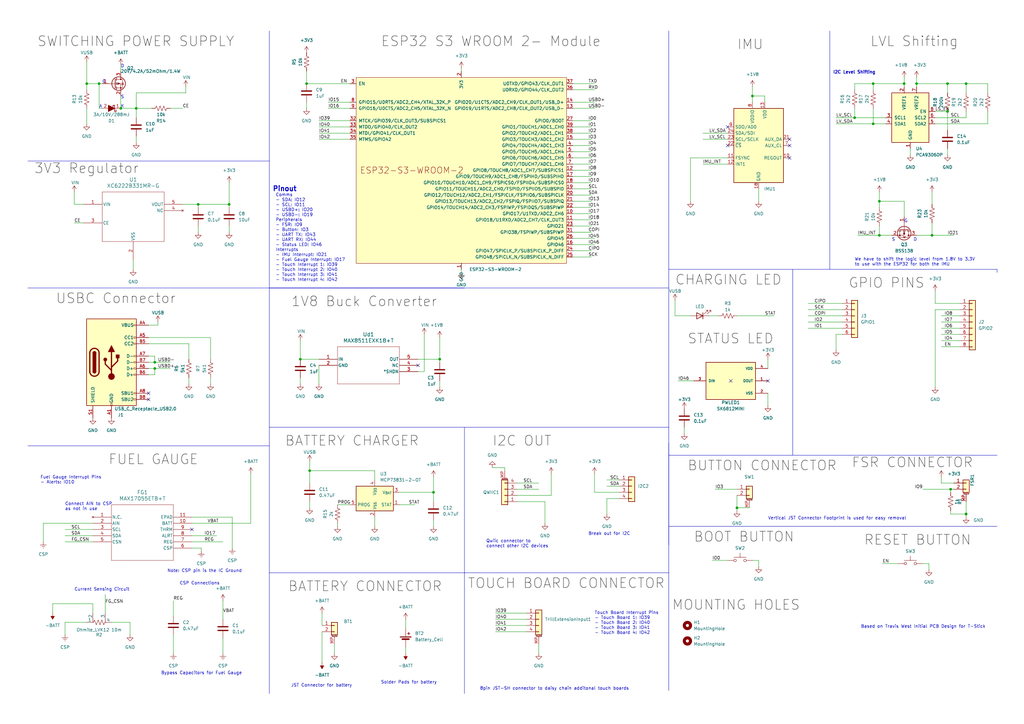
<source format=kicad_sch>
(kicad_sch (version 20230121) (generator eeschema)
  (paper "A3")
  (title_block (title "Custom T-Stick Board") (date "2023-09") (rev "0.0.2") (company "Albert Niyonsenga"))
  (junction (at 177.8 201.93))
  (junction (at 388.62 45.72))
  (junction (at 389.89 200.66))
  (junction (at 81.28 83.82))
  (junction (at 396.24 34.29))
  (junction (at 35.56 34.29))
  (junction (at 360.68 82.55))
  (junction (at 63.5 151.13))
  (junction (at 388.62 34.29))
  (junction (at 93.98 83.82))
  (junction (at 382.27 96.52))
  (junction (at 396.24 210.82))
  (junction (at 40.64 34.29))
  (junction (at 127 193.04))
  (junction (at 360.68 96.52))
  (junction (at 350.52 48.26))
  (junction (at 180.34 147.32))
  (junction (at 55.88 44.45))
  (junction (at 49.53 44.45))
  (junction (at 375.92 34.29))
  (junction (at 358.14 34.29))
  (junction (at 370.84 34.29))
  (junction (at 125.73 34.29))
  (junction (at 358.14 50.8))
  (junction (at 302.26 208.28))
  (junction (at 123.19 147.32))
  (junction (at 63.5 148.59))
  (junction (at 308.61 39.37))
  (no_connect (at 298.45 59.69))
  (no_connect (at 78.74 217.17))
  (no_connect (at 323.85 64.77))
  (no_connect (at 171.45 149.86))
  (no_connect (at 299.72 156.21))
  (no_connect (at 323.85 59.69))
  (no_connect (at 298.45 52.07))
  (no_connect (at 314.96 156.21))
  (no_connect (at 323.85 57.15))
  (no_connect (at 60.96 161.29))
  (no_connect (at 60.96 163.83))
  (wire (pts (xy 350.52 34.29) (xy 358.14 34.29)))
  (wire (pts (xy 177.8 195.58) (xy 177.8 201.93)))
  (wire (pts (xy 243.84 201.93) (xy 254 201.93)))
  (wire (pts (xy 55.88 38.1) (xy 76.2 38.1)))
  (wire (pts (xy 234.95 54.61) (xy 242.57 54.61)))
  (wire (pts (xy 63.5 146.05) (xy 63.5 148.59)))
  (wire (pts (xy 342.9 50.8) (xy 358.14 50.8)))
  (wire (pts (xy 234.95 77.47) (xy 242.57 77.47)))
  (wire (pts (xy 134.62 44.45) (xy 143.51 44.45)))
  (wire (pts (xy 234.95 102.87) (xy 242.57 102.87)))
  (wire (pts (xy 35.56 44.45) (xy 35.56 50.8)))
  (wire (pts (xy 311.15 77.47) (xy 311.15 82.55)))
  (wire (pts (xy 127 198.12) (xy 127 193.04)))
  (polyline (pts (xy 110.49 118.11) (xy 110.49 175.26)))
  (wire (pts (xy 314.96 161.29) (xy 314.96 166.37)))
  (wire (pts (xy 26.67 255.27) (xy 26.67 260.35)))
  (wire (pts (xy 189.23 27.94) (xy 189.23 29.21)))
  (polyline (pts (xy 274.32 181.61) (xy 274.32 223.52)))
  (wire (pts (xy 171.45 147.32) (xy 180.34 147.32)))
  (wire (pts (xy 130.81 52.07) (xy 143.51 52.07)))
  (wire (pts (xy 382.27 91.44) (xy 382.27 96.52)))
  (wire (pts (xy 234.95 100.33) (xy 243.84 100.33)))
  (wire (pts (xy 396.24 38.1) (xy 396.24 34.29)))
  (polyline (pts (xy 110.49 284.48) (xy 110.49 234.95)))
  (wire (pts (xy 30.48 91.44) (xy 34.29 91.44)))
  (wire (pts (xy 78.74 222.25) (xy 91.44 222.25)))
  (wire (pts (xy 375.92 34.29) (xy 388.62 34.29)))
  (wire (pts (xy 91.44 246.38) (xy 91.44 254)))
  (wire (pts (xy 405.13 50.8) (xy 405.13 45.72)))
  (polyline (pts (xy 190.5 234.95) (xy 190.5 284.48)))
  (wire (pts (xy 130.81 54.61) (xy 143.51 54.61)))
  (wire (pts (xy 177.8 201.93) (xy 163.83 201.93)))
  (wire (pts (xy 234.95 64.77) (xy 242.57 64.77)))
  (wire (pts (xy 53.34 255.27) (xy 53.34 260.35)))
  (wire (pts (xy 313.69 39.37) (xy 313.69 41.91)))
  (wire (pts (xy 78.74 219.71) (xy 88.9 219.71)))
  (wire (pts (xy 130.81 49.53) (xy 143.51 49.53)))
  (wire (pts (xy 382.27 96.52) (xy 391.16 96.52)))
  (wire (pts (xy 74.93 83.82) (xy 81.28 83.82)))
  (wire (pts (xy 254 204.47) (xy 248.92 204.47)))
  (wire (pts (xy 143.51 34.29) (xy 125.73 34.29)))
  (wire (pts (xy 30.48 78.74) (xy 30.48 83.82)))
  (wire (pts (xy 132.08 259.08) (xy 132.08 271.78)))
  (polyline (pts (xy 110.49 234.95) (xy 190.5 234.95)))
  (wire (pts (xy 127 205.74) (xy 127 208.28)))
  (wire (pts (xy 71.12 260.35) (xy 71.12 267.97)))
  (wire (pts (xy 370.84 82.55) (xy 360.68 82.55)))
  (wire (pts (xy 290.83 129.54) (xy 294.64 129.54)))
  (wire (pts (xy 375.92 96.52) (xy 382.27 96.52)))
  (wire (pts (xy 64.77 132.08) (xy 64.77 133.35)))
  (wire (pts (xy 63.5 153.67) (xy 63.5 151.13)))
  (wire (pts (xy 153.67 212.09) (xy 153.67 215.9)))
  (polyline (pts (xy 110.49 234.95) (xy 110.49 175.26)))
  (wire (pts (xy 381 231.14) (xy 381 233.68)))
  (wire (pts (xy 314.96 147.32) (xy 314.96 151.13)))
  (wire (pts (xy 127 193.04) (xy 153.67 193.04)))
  (wire (pts (xy 350.52 36.83) (xy 350.52 34.29)))
  (wire (pts (xy 125.73 41.91) (xy 125.73 44.45)))
  (wire (pts (xy 361.95 231.14) (xy 368.3 231.14)))
  (wire (pts (xy 203.2 256.54) (xy 215.9 256.54)))
  (wire (pts (xy 189.23 107.95) (xy 189.23 111.76)))
  (wire (pts (xy 243.84 194.31) (xy 243.84 201.93)))
  (wire (pts (xy 383.54 127) (xy 383.54 158.75)))
  (wire (pts (xy 378.46 231.14) (xy 381 231.14)))
  (wire (pts (xy 386.08 134.62) (xy 393.7 134.62)))
  (wire (pts (xy 130.81 57.15) (xy 143.51 57.15)))
  (wire (pts (xy 386.08 195.58) (xy 386.08 198.12)))
  (wire (pts (xy 123.19 154.94) (xy 123.19 157.48)))
  (wire (pts (xy 234.95 44.45) (xy 243.84 44.45)))
  (wire (pts (xy 389.89 200.66) (xy 391.16 200.66)))
  (wire (pts (xy 248.92 196.85) (xy 254 196.85)))
  (wire (pts (xy 93.98 83.82) (xy 81.28 83.82)))
  (wire (pts (xy 26.67 217.17) (xy 38.1 217.17)))
  (wire (pts (xy 313.69 39.37) (xy 308.61 39.37)))
  (polyline (pts (xy 408.94 110.49) (xy 408.94 111.76)))
  (wire (pts (xy 212.09 200.66) (xy 220.98 200.66)))
  (wire (pts (xy 234.95 95.25) (xy 242.57 95.25)))
  (wire (pts (xy 234.95 59.69) (xy 242.57 59.69)))
  (wire (pts (xy 383.54 127) (xy 393.7 127)))
  (wire (pts (xy 91.44 261.62) (xy 91.44 267.97)))
  (wire (pts (xy 45.72 255.27) (xy 53.34 255.27)))
  (wire (pts (xy 375.92 34.29) (xy 375.92 35.56)))
  (wire (pts (xy 396.24 205.74) (xy 396.24 210.82)))
  (wire (pts (xy 386.08 129.54) (xy 393.7 129.54)))
  (wire (pts (xy 358.14 44.45) (xy 358.14 50.8)))
  (wire (pts (xy 280.67 175.26) (xy 280.67 177.8)))
  (wire (pts (xy 26.67 255.27) (xy 35.56 255.27)))
  (wire (pts (xy 375.92 31.75) (xy 375.92 34.29)))
  (wire (pts (xy 396.24 210.82) (xy 396.24 212.09)))
  (wire (pts (xy 331.47 127) (xy 345.44 127)))
  (wire (pts (xy 234.95 92.71) (xy 242.57 92.71)))
  (wire (pts (xy 60.96 133.35) (xy 64.77 133.35)))
  (wire (pts (xy 40.64 44.45) (xy 40.64 34.29)))
  (wire (pts (xy 34.29 83.82) (xy 30.48 83.82)))
  (wire (pts (xy 234.95 87.63) (xy 242.57 87.63)))
  (wire (pts (xy 60.96 153.67) (xy 63.5 153.67)))
  (polyline (pts (xy 190.5 175.26) (xy 190.5 234.95)))
  (wire (pts (xy 383.54 45.72) (xy 388.62 45.72)))
  (wire (pts (xy 60.96 146.05) (xy 63.5 146.05)))
  (wire (pts (xy 331.47 134.62) (xy 345.44 134.62)))
  (wire (pts (xy 212.09 198.12) (xy 220.98 198.12)))
  (wire (pts (xy 358.14 50.8) (xy 363.22 50.8)))
  (wire (pts (xy 308.61 229.87) (xy 311.15 229.87)))
  (wire (pts (xy 40.64 34.29) (xy 41.91 34.29)))
  (wire (pts (xy 248.92 199.39) (xy 254 199.39)))
  (polyline (pts (xy 110.49 66.04) (xy 11.43 66.04)))
  (wire (pts (xy 288.29 57.15) (xy 298.45 57.15)))
  (wire (pts (xy 102.87 194.31) (xy 102.87 214.63)))
  (wire (pts (xy 49.53 26.67) (xy 49.53 29.21)))
  (wire (pts (xy 360.68 78.74) (xy 360.68 82.55)))
  (wire (pts (xy 331.47 129.54) (xy 345.44 129.54)))
  (wire (pts (xy 388.62 38.1) (xy 388.62 34.29)))
  (wire (pts (xy 17.78 214.63) (xy 38.1 214.63)))
  (wire (pts (xy 95.25 212.09) (xy 95.25 224.79)))
  (wire (pts (xy 293.37 200.66) (xy 302.26 200.66)))
  (wire (pts (xy 171.45 152.4) (xy 173.99 152.4)))
  (wire (pts (xy 358.14 34.29) (xy 370.84 34.29)))
  (wire (pts (xy 389.89 200.66) (xy 389.89 201.93)))
  (wire (pts (xy 386.08 198.12) (xy 391.16 198.12)))
  (wire (pts (xy 41.91 44.45) (xy 40.64 44.45)))
  (wire (pts (xy 234.95 74.93) (xy 242.57 74.93)))
  (wire (pts (xy 55.88 44.45) (xy 62.23 44.45)))
  (wire (pts (xy 134.62 41.91) (xy 143.51 41.91)))
  (wire (pts (xy 38.1 247.65) (xy 38.1 251.46)))
  (wire (pts (xy 298.45 64.77) (xy 283.21 64.77)))
  (wire (pts (xy 63.5 151.13) (xy 69.85 151.13)))
  (wire (pts (xy 360.68 92.71) (xy 360.68 96.52)))
  (wire (pts (xy 370.84 34.29) (xy 370.84 35.56)))
  (wire (pts (xy 288.29 54.61) (xy 298.45 54.61)))
  (wire (pts (xy 60.96 138.43) (xy 86.36 138.43)))
  (wire (pts (xy 383.54 124.46) (xy 383.54 119.38)))
  (wire (pts (xy 388.62 34.29) (xy 396.24 34.29)))
  (polyline (pts (xy 11.43 118.11) (xy 274.32 118.11)))
  (wire (pts (xy 93.98 74.93) (xy 93.98 83.82)))
  (wire (pts (xy 207.01 191.77) (xy 207.01 193.04)))
  (wire (pts (xy 308.61 35.56) (xy 308.61 39.37)))
  (wire (pts (xy 234.95 62.23) (xy 242.57 62.23)))
  (polyline (pts (xy 274.32 215.9) (xy 408.94 215.9)))
  (wire (pts (xy 21.59 247.65) (xy 38.1 247.65)))
  (wire (pts (xy 302.26 203.2) (xy 302.26 208.28)))
  (wire (pts (xy 203.2 251.46) (xy 215.9 251.46)))
  (wire (pts (xy 86.36 138.43) (xy 86.36 147.32)))
  (wire (pts (xy 125.73 29.21) (xy 125.73 34.29)))
  (polyline (pts (xy 274.32 12.7) (xy 274.32 110.49)))
  (wire (pts (xy 35.56 25.4) (xy 35.56 34.29)))
  (wire (pts (xy 234.95 105.41) (xy 242.57 105.41)))
  (wire (pts (xy 163.83 207.01) (xy 170.18 207.01)))
  (wire (pts (xy 60.96 151.13) (xy 63.5 151.13)))
  (wire (pts (xy 405.13 38.1) (xy 405.13 34.29)))
  (wire (pts (xy 331.47 132.08) (xy 345.44 132.08)))
  (wire (pts (xy 82.55 226.06) (xy 82.55 224.79)))
  (wire (pts (xy 81.28 92.71) (xy 81.28 95.25)))
  (wire (pts (xy 360.68 82.55) (xy 360.68 85.09)))
  (wire (pts (xy 234.95 97.79) (xy 243.84 97.79)))
  (wire (pts (xy 21.59 247.65) (xy 21.59 251.46)))
  (wire (pts (xy 180.34 138.43) (xy 180.34 147.32)))
  (wire (pts (xy 234.95 34.29) (xy 243.84 34.29)))
  (wire (pts (xy 82.55 224.79) (xy 78.74 224.79)))
  (wire (pts (xy 234.95 52.07) (xy 242.57 52.07)))
  (wire (pts (xy 234.95 36.83) (xy 243.84 36.83)))
  (wire (pts (xy 378.46 200.66) (xy 389.89 200.66)))
  (wire (pts (xy 17.78 214.63) (xy 17.78 222.25)))
  (polyline (pts (xy 274.32 110.49) (xy 408.94 110.49)))
  (wire (pts (xy 38.1 219.71) (xy 26.67 219.71)))
  (wire (pts (xy 69.85 44.45) (xy 74.93 44.45)))
  (polyline (pts (xy 340.36 12.7) (xy 340.36 110.49)))
  (wire (pts (xy 130.81 149.86) (xy 130.81 157.48)))
  (wire (pts (xy 396.24 34.29) (xy 405.13 34.29)))
  (wire (pts (xy 49.53 39.37) (xy 49.53 44.45)))
  (wire (pts (xy 276.86 129.54) (xy 283.21 129.54)))
  (wire (pts (xy 43.18 243.84) (xy 43.18 251.46)))
  (wire (pts (xy 127 189.23) (xy 127 193.04)))
  (wire (pts (xy 77.47 140.97) (xy 77.47 147.32)))
  (wire (pts (xy 63.5 148.59) (xy 69.85 148.59)))
  (wire (pts (xy 76.2 35.56) (xy 76.2 38.1)))
  (wire (pts (xy 26.67 222.25) (xy 38.1 222.25)))
  (wire (pts (xy 383.54 124.46) (xy 393.7 124.46)))
  (wire (pts (xy 35.56 34.29) (xy 35.56 36.83)))
  (wire (pts (xy 177.8 215.9) (xy 177.8 213.36)))
  (polyline (pts (xy 274.32 110.49) (xy 274.32 283.21)))
  (wire (pts (xy 342.9 137.16) (xy 345.44 137.16)))
  (wire (pts (xy 234.95 69.85) (xy 242.57 69.85)))
  (wire (pts (xy 81.28 85.09) (xy 81.28 83.82)))
  (polyline (pts (xy 110.49 175.26) (xy 274.32 175.26)))
  (wire (pts (xy 93.98 85.09) (xy 93.98 83.82)))
  (wire (pts (xy 138.43 215.9) (xy 138.43 214.63)))
  (wire (pts (xy 386.08 139.7) (xy 393.7 139.7)))
  (wire (pts (xy 382.27 78.74) (xy 382.27 83.82)))
  (wire (pts (xy 77.47 154.94) (xy 77.47 157.48)))
  (wire (pts (xy 55.88 48.26) (xy 55.88 44.45)))
  (wire (pts (xy 311.15 229.87) (xy 311.15 232.41)))
  (wire (pts (xy 386.08 142.24) (xy 393.7 142.24)))
  (wire (pts (xy 351.79 96.52) (xy 360.68 96.52)))
  (polyline (pts (xy 11.43 182.88) (xy 110.49 182.88)))
  (wire (pts (xy 54.61 106.68) (xy 54.61 110.49)))
  (wire (pts (xy 234.95 82.55) (xy 242.57 82.55)))
  (wire (pts (xy 180.34 156.21) (xy 180.34 158.75)))
  (wire (pts (xy 288.29 67.31) (xy 298.45 67.31)))
  (wire (pts (xy 49.53 44.45) (xy 55.88 44.45)))
  (wire (pts (xy 132.08 251.46) (xy 132.08 256.54)))
  (polyline (pts (xy 325.12 110.49) (xy 325.12 186.69)))
  (wire (pts (xy 137.16 267.97) (xy 137.16 264.16)))
  (polyline (pts (xy 274.32 186.69) (xy 408.94 186.69)))
  (wire (pts (xy 234.95 90.17) (xy 242.57 90.17)))
  (wire (pts (xy 302.26 208.28) (xy 307.34 208.28)))
  (wire (pts (xy 123.19 147.32) (xy 130.81 147.32)))
  (wire (pts (xy 234.95 41.91) (xy 243.84 41.91)))
  (wire (pts (xy 331.47 124.46) (xy 345.44 124.46)))
  (wire (pts (xy 383.54 50.8) (xy 405.13 50.8)))
  (wire (pts (xy 373.38 63.5) (xy 373.38 60.96)))
  (wire (pts (xy 55.88 55.88) (xy 55.88 58.42)))
  (wire (pts (xy 166.37 265.43) (xy 166.37 267.97)))
  (wire (pts (xy 342.9 143.51) (xy 342.9 137.16)))
  (wire (pts (xy 138.43 207.01) (xy 143.51 207.01)))
  (wire (pts (xy 226.06 194.31) (xy 226.06 203.2)))
  (wire (pts (xy 386.08 132.08) (xy 393.7 132.08)))
  (wire (pts (xy 342.9 48.26) (xy 350.52 48.26)))
  (wire (pts (xy 396.24 210.82) (xy 389.89 210.82)))
  (wire (pts (xy 234.95 72.39) (xy 242.57 72.39)))
  (wire (pts (xy 180.34 148.59) (xy 180.34 147.32)))
  (wire (pts (xy 360.68 96.52) (xy 365.76 96.52)))
  (wire (pts (xy 220.98 264.16) (xy 220.98 267.97)))
  (wire (pts (xy 173.99 137.16) (xy 173.99 152.4)))
  (wire (pts (xy 234.95 57.15) (xy 242.57 57.15)))
  (wire (pts (xy 234.95 85.09) (xy 242.57 85.09)))
  (polyline (pts (xy 110.49 118.11) (xy 190.5 118.11)))
  (wire (pts (xy 153.67 193.04) (xy 153.67 196.85)))
  (wire (pts (xy 292.1 229.87) (xy 298.45 229.87)))
  (wire (pts (xy 358.14 36.83) (xy 358.14 34.29)))
  (wire (pts (xy 283.21 64.77) (xy 283.21 82.55)))
  (wire (pts (xy 201.93 191.77) (xy 207.01 191.77)))
  (wire (pts (xy 276.86 123.19) (xy 276.86 129.54)))
  (wire (pts (xy 203.2 259.08) (xy 215.9 259.08)))
  (wire (pts (xy 35.56 34.29) (xy 40.64 34.29)))
  (wire (pts (xy 350.52 48.26) (xy 363.22 48.26)))
  (wire (pts (xy 212.09 205.74) (xy 223.52 205.74)))
  (wire (pts (xy 302.26 208.28) (xy 302.26 209.55)))
  (wire (pts (xy 302.26 129.54) (xy 317.5 129.54)))
  (wire (pts (xy 223.52 205.74) (xy 223.52 214.63)))
  (wire (pts (xy 370.84 31.75) (xy 370.84 34.29)))
  (wire (pts (xy 308.61 39.37) (xy 308.61 41.91)))
  (wire (pts (xy 278.13 156.21) (xy 284.48 156.21)))
  (wire (pts (xy 234.95 80.01) (xy 242.57 80.01)))
  (polyline (pts (xy 190.5 234.95) (xy 274.32 234.95)))
  (wire (pts (xy 388.62 60.96) (xy 388.62 63.5)))
  (wire (pts (xy 86.36 154.94) (xy 86.36 157.48)))
  (wire (pts (xy 78.74 214.63) (xy 102.87 214.63)))
  (wire (pts (xy 350.52 44.45) (xy 350.52 48.26)))
  (wire (pts (xy 123.19 139.7) (xy 123.19 147.32)))
  (wire (pts (xy 234.95 67.31) (xy 242.57 67.31)))
  (wire (pts (xy 389.89 209.55) (xy 389.89 210.82)))
  (wire (pts (xy 248.92 204.47) (xy 248.92 210.82)))
  (wire (pts (xy 166.37 257.81) (xy 166.37 254)))
  (wire (pts (xy 396.24 48.26) (xy 396.24 45.72)))
  (wire (pts (xy 370.84 88.9) (xy 370.84 82.55)))
  (wire (pts (xy 383.54 48.26) (xy 396.24 48.26)))
  (wire (pts (xy 60.96 148.59) (xy 63.5 148.59)))
  (wire (pts (xy 234.95 49.53) (xy 242.57 49.53)))
  (wire (pts (xy 55.88 38.1) (xy 55.88 44.45)))
  (wire (pts (xy 177.8 201.93) (xy 177.8 205.74)))
  (wire (pts (xy 386.08 137.16) (xy 393.7 137.16)))
  (wire (pts (xy 93.98 92.71) (xy 93.98 95.25)))
  (wire (pts (xy 95.25 212.09) (xy 78.74 212.09)))
  (wire (pts (xy 71.12 246.38) (xy 71.12 252.73)))
  (polyline (pts (xy 110.49 12.7) (xy 110.49 118.11)))
  (wire (pts (xy 212.09 203.2) (xy 226.06 203.2)))
  (wire (pts (xy 203.2 254) (xy 215.9 254)))
  (wire (pts (xy 388.62 45.72) (xy 388.62 53.34)))
  (wire (pts (xy 60.96 140.97) (xy 77.47 140.97)))
  (text "Comms\n- SDA: IO12\n- SCL: IO11\n- USBD+: IO20\n- USBD-: IO19\nPeripherals\n- FSR: IO9\n- Button: IO3\n- UART TX: IO43\n- UART RX: IO44\n- Status LED: IO46\nInterrupts\n- IMU Interrupt: IO21\n- Fuel Gauge Interrupt: IO17\n- Touch Interrupt 1: IO39\n- Touch Interrupt 2: IO40\n- Touch Interrupt 3: IO41\n- Touch Interrupt 4: IO42" (at 113.03 115.57 0) (effects (font (size 1.27 1.27)) (justify left bottom)))
  (text "G" (at 41.91 34.29 0) (effects (font (size 1.27 1.27)) (justify left bottom)))
  (text "Connect AIN to CSP \nas not in use" (at 26.67 209.55 0) (effects (font (size 1.27 1.27)) (justify left bottom)))
  (text "A" (at 40.64 44.45 0) (effects (font (size 1.27 1.27)) (justify left bottom)))
  (text "Break out for I2C" (at 241.3 219.71 0) (effects (font (size 1.27 1.27)) (justify left bottom)))
  (text "Qwiic connector to \nconnect other I2C devices" (at 199.39 224.79 0) (effects (font (size 1.27 1.27)) (justify left bottom)))
  (text "Fuel Gauge Interrupt Pins\n- Alerts: IO10\n\n" (at 16.51 200.66 0) (effects (font (size 1.27 1.27)) (justify left bottom)))
  (text "G" (at 370.84 91.44 0) (effects (font (size 1.27 1.27)) (justify left bottom)))
  (text "JST Connector for battery\n" (at 119.38 281.94 0) (effects (font (size 1.27 1.27)) (justify left bottom)))
  (text "Current Sensing Circuit" (at 30.48 242.57 0) (effects (font (size 1.27 1.27)) (justify left bottom)))
  (text "I2C Level Shifting" (at 341.63 30.48 0) (effects (font (size 1.27 1.27) bold) (justify left bottom)))
  (text "D" (at 374.65 99.06 0) (effects (font (size 1.27 1.27)) (justify left bottom)))
  (text "Solder Pads for battery\n" (at 156.21 280.67 0) (effects (font (size 1.27 1.27)) (justify left bottom)))
  (text "D" (at 49.53 27.94 0) (effects (font (size 1.27 1.27)) (justify left bottom)))
  (text "Bypass Capacitors for Fuel Gauge" (at 66.04 276.86 0) (effects (font (size 1.27 1.27)) (justify left bottom)))
  (text "Vertical JST Connector Footprint is used for easy removal" (at 314.96 213.36 0) (effects (font (size 1.27 1.27)) (justify left bottom)))
  (text "Touch Board Interrupt Pins\n- Touch Board 1: IO39\n- Touch Board 2: IO40\n- Touch Board 3: IO41\n- Touch Board 4: IO42" (at 243.84 260.35 0) (effects (font (size 1.27 1.27)) (justify left bottom)))
  (text "S" (at 365.76 99.06 0) (effects (font (size 1.27 1.27)) (justify left bottom)))
  (text "Based on Travis West Initial PCB Design for T-Stick\n" (at 353.06 257.81 0) (effects (font (size 1.27 1.27)) (justify left bottom)))
  (text "8pin JST-SH connector to daisy chain additonal touch boards" (at 196.85 283.21 0) (effects (font (size 1.27 1.27)) (justify left bottom)))
  (text "CSP Connections\n" (at 73.66 240.03 0) (effects (font (size 1.27 1.27)) (justify left bottom)))
  (text "S" (at 49.53 40.64 0) (effects (font (size 1.27 1.27)) (justify left bottom)))
  (text "Note: CSP pin is the IC Ground" (at 68.58 234.95 0) (effects (font (size 1.27 1.27)) (justify left bottom)))
  (text "Pinout" (at 111.76 78.74 0) (effects (font (size 2 2) (thickness 0.4) bold) (justify left bottom)))
  (text "We have to shift the logic level from 1.8V to 3.3V \nto use with the ESP32 for both the IMU" (at 350.52 109.22 0) (effects (font (size 1.27 1.27)) (justify left bottom)))
  (text "K" (at 49.53 44.45 0) (effects (font (size 1.27 1.27)) (justify left bottom)))
  (label "IMU_INT" (at 351.79 96.52 0))
  (label "IO42" (at 130.81 57.15 0))
  (label "IO3" (at 241.3 57.15 0))
  (label "IO42" (at 203.2 259.08 0))
  (label "RESET BUTTON" (at 354.33 224.79 0) (effects (font (size 4 4))))
  (label "FSR CONNECTOR" (at 349.25 193.04 0) (effects (font (size 4 4))))
  (label "SCK" (at 241.3 105.41 0))
  (label "IO17" (at 241.3 87.63 0))
  (label "FUEL GAUGE" (at 44.45 191.77 0) (effects (font (size 4 4))))
  (label "IO17" (at 83.82 219.71 0))
  (label "IO39" (at 130.81 49.53 0))
  (label "EN" (at 139.7 34.29 0))
  (label "LV_SCL" (at 290.83 57.15 0))
  (label "SDA" (at 241.3 80.01 0))
  (label "IO0" (at 292.1 229.87 0))
  (label "IO9" (at 378.46 200.66 180))
  (label "SDA" (at 214.63 200.66 0))
  (label "LV_SDA" (at 290.83 54.61 0))
  (label "STAT" (at 167.64 207.01 0))
  (label "SCK" (at 334.01 127 0))
  (label "USBD+" (at 241.3 41.91 0))
  (label "IO21" (at 388.62 96.52 0))
  (label "IO5" (at 241.3 62.23 0))
  (label "IO40" (at 130.81 52.07 0))
  (label "COPI" (at 334.01 129.54 0))
  (label "BATTERY CONNECTOR" (at 118.11 243.84 0) (effects (font (size 4 4))))
  (label "IMU" (at 302.26 21.59 0) (effects (font (size 4 4))))
  (label "USBD-" (at 64.77 148.59 0))
  (label "SCL" (at 29.21 217.17 0))
  (label "SCL" (at 250.19 196.85 0))
  (label "IO15" (at 134.62 41.91 0))
  (label "MOUNTING HOLES" (at 275.59 251.46 0) (effects (font (size 4 4))))
  (label "TOUCH BOARD CONNECTOR" (at 191.77 242.57 0) (effects (font (size 4 4))))
  (label "BUTTON CONNECTOR" (at 281.94 194.31 0) (effects (font (size 4 4))))
  (label "IO10" (at 241.3 74.93 0))
  (label "CIPO" (at 334.01 124.46 0))
  (label "LVL Shifting" (at 356.87 20.32 0) (effects (font (size 4 4))))
  (label "IO4" (at 241.3 59.69 0))
  (label "IO7" (at 241.3 67.31 0))
  (label "IO41" (at 203.2 256.54 0))
  (label "TXD" (at 241.3 34.29 0))
  (label "SDA" (at 250.19 199.39 0))
  (label "SCL" (at 241.3 77.47 0))
  (label "IO8" (at 387.35 129.54 0))
  (label "CHARGING LED" (at 276.86 118.11 0) (effects (font (size 4 4))))
  (label "IO4" (at 387.35 139.7 0))
  (label "IO46" (at 278.13 156.21 0))
  (label "IO14" (at 241.3 85.09 0))
  (label "SWITCHING POWER SUPPLY" (at 15.24 20.32 0) (effects (font (size 4 4))))
  (label "ESP32 S3 WROOM 2- Module" (at 156.21 20.32 0) (effects (font (size 4 4))))
  (label "EN" (at 361.95 231.14 0))
  (label "IO13" (at 241.3 82.55 0))
  (label "IO9" (at 241.3 72.39 0))
  (label "IO6" (at 387.35 134.62 0))
  (label "LS_EN" (at 383.54 45.72 0))
  (label "LV_SDA" (at 342.9 50.8 0))
  (label "IO6" (at 241.3 64.77 0))
  (label "IO7" (at 387.35 132.08 0))
  (label "CIPO" (at 241.3 102.87 0))
  (label "BATTERY CHARGER" (at 116.84 184.15 0) (effects (font (size 4 4))))
  (label "REG" (at 83.82 222.25 0))
  (label "LV_SCL" (at 342.9 48.26 0))
  (label "CE" (at 30.48 91.44 0))
  (label "USBD-" (at 241.3 44.45 0))
  (label "IO5" (at 387.35 137.16 0))
  (label "COPI" (at 241.3 95.25 0))
  (label "3V3 Regulator" (at 13.97 72.39 0) (effects (font (size 4 4))))
  (label "FG_CSN" (at 29.21 222.25 0))
  (label "IMU_INT" (at 288.29 67.31 0))
  (label "IO41" (at 130.81 54.61 0))
  (label "IO21" (at 241.3 92.71 0))
  (label "USBC Connector" (at 22.86 125.73 0) (effects (font (size 4 4))))
  (label "IO16" (at 134.62 44.45 0))
  (label "IO40" (at 203.2 254 0))
  (label "STAT" (at 313.69 129.54 0))
  (label "IO39" (at 203.2 251.46 0))
  (label "BOOT BUTTON" (at 284.48 223.52 0) (effects (font (size 4 4))))
  (label "1V8 Buck Converter" (at 119.38 127 0) (effects (font (size 4 4))))
  (label "IO0" (at 241.3 49.53 0))
  (label "CE" (at 74.93 44.45 0))
  (label "IO46" (at 241.3 100.33 0))
  (label "SDA" (at 29.21 219.71 0))
  (label "SDA" (at 389.89 50.8 0))
  (label "PROG" (at 138.43 207.01 0))
  (label "IO18" (at 241.3 90.17 0))
  (label "SCL" (at 389.89 48.26 0))
  (label "STATUS LED" (at 281.94 142.24 0) (effects (font (size 4 4))))
  (label "IO1" (at 241.3 52.07 0))
  (label "VBAT" (at 85.09 214.63 0))
  (label "USBD+" (at 64.77 151.13 0))
  (label "IO1" (at 334.01 134.62 0))
  (label "REG" (at 71.12 246.38 0))
  (label "IO45" (at 241.3 97.79 0))
  (label "IO3" (at 293.37 200.66 0))
  (label "VBAT" (at 91.44 251.46 0))
  (label "IO8" (at 241.3 69.85 0))
  (label "GPIO PINS" (at 347.98 119.38 0) (effects (font (size 4 4))))
  (label "IO2" (at 334.01 132.08 0))
  (label "IO2" (at 241.3 54.61 0))
  (label "SCL" (at 214.63 198.12 0))
  (label "RXD" (at 241.3 36.83 0))
  (label "I2C OUT" (at 201.93 184.15 0) (effects (font (size 4 4))))
  (label "FG_CSN" (at 43.18 247.65 0))
  (label "EN" (at 387.35 142.24 0))
  (symbol (lib_name "GND_2") (lib_id "power:GND") (at 127 208.28 0) (unit 1)
    (property "Reference" "#PWR058" (effects hide))
    (property "Value" "GND" (at 127 213.36 0))
  )
  (symbol (lib_id "max17055-symbol:CSP") (at 82.55 227.33 0) (unit 1)
    (property "Reference" "#ICGND04" (effects hide))
    (property "Value" "CSP" (at 82.55 231.14 0))
  )
  (symbol (lib_id "max17055-symbol:MAX17055ETB+T") (at 38.1 212.09 0) (unit 1)
    (property "Reference" "FG1" (at 58.42 201.93 0) (effects (font (size 1.524 1.524))))
    (property "Value" "MAX17055ETB+T" (at 58.42 204.47 0) (effects (font (size 1.524 1.524))))
    (property "Footprint" "max17055-footprints:21-100013A_T102A2&plus_1C_MXM" (effects hide))
    (property "Datasheet" "MAX17055ETB+T" (effects hide))
    (property "Digikey Part #" "MAX17055ETB+TCT-ND" (effects hide))
    (property "Description Value Pkg" "Battery Battery Monitor IC Multi-Chemistry 10-TDFN (2.5x2)" (effects hide))
    (property "Mfg Part #" "MAX17055ETB+T" (effects hide))
  )
  (symbol (lib_id "Device:C") (at 180.34 152.4 0) (unit 1)
    (property "Reference" "C3" (at 175.26 154.94 0) (effects (justify left)))
    (property "Value" "1uF" (at 175.26 157.48 0) (effects (justify left)))
    (property "Footprint" "Capacitor_SMD:C_0201_0603Metric" (effects hide))
    (property "Digikey Part #" "1276-1115-1-ND" (effects hide))
    (property "Description Value Pkg" "1 µF ±10% 6.3V Ceramic Capacitor X5R 0201 (0603 Metric)" (effects hide))
    (property "Mfg Part #" "CL03A105KQ3CSNC" (effects hide))
  )
  (symbol (lib_id "power:GND") (at 53.34 260.35 0) (unit 1)
    (property "Reference" "#PWR015" (effects hide))
    (property "Value" "GND" (at 53.34 265.43 0))
  )
  (symbol (lib_id "power:+3V3") (at 386.08 195.58 0) (unit 1)
    (property "Reference" "#PWR01" (effects hide))
    (property "Value" "+3V3" (at 388.62 194.31 0) (effects (justify left)))
  )
  (symbol (lib_id "Device:C") (at 125.73 38.1 0) (unit 1)
    (property "Reference" "C9" (at 129.54 36.83 0) (effects (justify left)))
    (property "Value" "1uF" (at 129.54 39.37 0) (effects (justify left)))
    (property "Footprint" "Capacitor_SMD:C_0201_0603Metric" (effects hide))
    (property "Digikey Part #" "1276-1323-1-ND" (effects hide))
    (property "Description Value Pkg" "1 µF ±10% 6.3V Ceramic Capacitor X5R 0201 (0603 Metric)" (effects hide))
    (property "Mfg Part #" "CL03A105KQ3CSNC" (effects hide))
  )
  (symbol (lib_id "max17055-symbol:CSP") (at 17.78 223.52 0) (unit 1)
    (property "Reference" "#ICGND05" (effects hide))
    (property "Value" "CSP" (at 17.78 227.33 0))
  )
  (symbol (lib_id "Device:R_US") (at 358.14 40.64 180) (unit 1)
    (property "Reference" "R17" (at 353.06 40.64 90))
    (property "Value" "2k2" (at 355.6 40.64 90))
    (property "Footprint" "Resistor_SMD:R_0201_0603Metric" (effects hide))
    (property "Digikey Part #" "P122832CT-ND" (effects hide))
    (property "Description Value Pkg" "2.2 kOhms ±1% 0.05W, 1/20W Chip Resistor 0201 (0603 Metric) Thick Film" (effects hide))
    (property "Mfg Part #" "ERJ-1GNF2201C" (effects hide))
  )
  (symbol (lib_id "Mechanical:MountingHole") (at 281.94 262.89 0) (unit 1) (in_bom no)
    (property "Reference" "H2" (at 284.48 261.62 0) (effects (justify left)))
    (property "Value" "MountingHole" (at 284.48 264.16 0) (effects (justify left)))
    (property "Footprint" "MountingHole:MountingHole_3.2mm_M3_DIN965" (effects hide))
  )
  (symbol (lib_id "Device:C") (at 123.19 151.13 0) (unit 1)
    (property "Reference" "C4" (at 127 149.86 0) (effects (justify left)))
    (property "Value" "1uF" (at 127 152.4 0) (effects (justify left)))
    (property "Footprint" "Capacitor_SMD:C_0201_0603Metric" (effects hide))
    (property "Digikey Part #" "1276-1115-1-ND" (effects hide))
    (property "Description Value Pkg" "1 µF ±10% 6.3V Ceramic Capacitor X5R 0201 (0603 Metric)" (effects hide))
    (property "Mfg Part #" "CL03A105KQ3CSNC" (effects hide))
  )
  (symbol (lib_id "Device:LED") (at 287.02 129.54 180) (unit 1)
    (property "Reference" "CHARGLED1" (effects hide))
    (property "Value" "LED" (at 287.02 125.73 0))
    (property "Footprint" "LED_SMD:LED_0201_0603Metric" (effects hide))
    (property "Digikey Part #" "754-APG0603ZGC-5MAVCT-ND" (effects hide))
    (property "Description Value Pkg" "Green 525nm LED Indication - Discrete 2.85V 0201 (0603 Metric)" (effects hide))
    (property "Mfg Part #" "APG0603ZGC-5MAV" (effects hide))
  )
  (symbol (lib_id "VUSB:VUSB") (at 64.77 132.08 0) (unit 1) (in_bom no) (on_board no)
    (property "Reference" "#VUSB01" (effects hide))
    (property "Value" "VUSB" (at 62.23 128.27 0) (effects (justify left)))
  )
  (symbol (lib_id "max8511:MAX8511EXK18+T") (at 130.81 147.32 0) (unit 1)
    (property "Reference" "Ud1" (at 151.13 137.16 0) (effects (font (size 1.524 1.524))))
    (property "Value" "MAX8511EXK18+T" (at 151.13 139.7 0) (effects (font (size 1.524 1.524))))
    (property "Footprint" "max8511-footprints:21-0076_X5&plus_1_MXM" (effects hide))
    (property "Datasheet" "MAX8511EXK18+T" (effects hide))
    (property "Description Value Pkg" "Linear Voltage Regulator IC Positive Fixed 1 Output 120mA SC-70-5" (effects hide))
    (property "Mfg Part #" "MAX8511EXK18+T" (effects hide))
    (property "Digikey Part #" "MAX8511EXK18+TTR-ND" (effects hide))
  )
  (symbol (lib_name "GND_2") (lib_id "power:GND") (at 81.28 95.25 0) (unit 1)
    (property "Reference" "#PWR06" (effects hide))
    (property "Value" "GND" (at 81.28 100.33 0))
  )
  (symbol (lib_id "power:+3V3") (at 280.67 167.64 0) (unit 1)
    (property "Reference" "#PWR063" (effects hide))
    (property "Value" "+3V3" (at 280.67 163.83 0))
  )
  (symbol (lib_name "+3V3_2") (lib_id "power:+3V3") (at 93.98 74.93 0) (unit 1)
    (property "Reference" "#PWR035" (effects hide))
    (property "Value" "+3V3" (at 93.98 69.85 0))
  )
  (symbol (lib_id "VUSB:VIN") (at 173.99 137.16 0) (unit 1) (in_bom no) (on_board no)
    (property "Reference" "#VIN04" (effects hide))
    (property "Value" "VIN" (at 172.72 133.35 0) (effects (justify left)))
  )
  (symbol (lib_name "GND_2") (lib_id "power:GND") (at 93.98 95.25 0) (unit 1)
    (property "Reference" "#PWR041" (effects hide))
    (property "Value" "GND" (at 93.98 100.33 0))
  )
  (symbol (lib_id "Device:R_US") (at 125.73 25.4 180) (unit 1)
    (property "Reference" "R5" (at 120.65 25.4 90))
    (property "Value" "10k" (at 123.19 25.4 90))
    (property "Footprint" "Resistor_SMD:R_0201_0603Metric" (effects hide))
    (property "Digikey Part #" "P122414CT-ND" (effects hide))
    (property "Description Value Pkg" "10 kOhms ±1% 0.05W, 1/20W Chip Resistor 0201 (0603 Metric) Thick Film" (effects hide))
    (property "Mfg Part #" "ERJ-1GNF1002C" (effects hide))
  )
  (symbol (lib_name "+3V3_2") (lib_id "power:+3V3") (at 125.73 21.59 0) (unit 1)
    (property "Reference" "#PWR044" (effects hide))
    (property "Value" "+3V3" (at 125.73 16.51 0))
  )
  (symbol (lib_id "Connector_Generic_MountingPin:Conn_01x04_MountingPin") (at 207.01 203.2 180) (unit 1)
    (property "Reference" "QWIIC1" (at 198.12 201.93 0) (effects (justify right)))
    (property "Value" "JST-SH-1x04 1.0mm" (effects hide))
    (property "Footprint" "Connector_JST:JST_SH_BM04B-SRSS-TB_1x04-1MP_P1.00mm_Vertical" (effects hide))
    (property "Digikey Part #" "455-BM04B-SRSS-TBTR-ND" (effects hide))
    (property "Description Value Pkg" "Connector Header Surface Mount, Right Angle 4 position 0.039\" (1.00mm)" (effects hide))
    (property "Mfg Part #" "BM04B-SRSS-TB" (effects hide))
  )
  (symbol (lib_id "power:+BATT") (at 177.8 195.58 0) (unit 1)
    (property "Reference" "#PWR059" (effects hide))
    (property "Value" "+BATT" (at 177.8 190.5 0))
  )
  (symbol (lib_id "Device:R_US") (at 388.62 41.91 180) (unit 1)
    (property "Reference" "R18" (at 383.54 41.91 90))
    (property "Value" "200k" (at 386.08 41.91 90))
    (property "Footprint" "Resistor_SMD:R_0201_0603Metric" (effects hide))
    (property "Digikey Part #" "P122814CT-ND" (effects hide))
    (property "Description Value Pkg" "200 kOhms ±1% 0.05W, 1/20W Chip Resistor 0201 (0603 Metric) Thick Film" (effects hide))
    (property "Mfg Part #" "ERJ-1GNF2003C" (effects hide))
  )
  (symbol (lib_id "Connector_Generic_MountingPin:Conn_01x02_MountingPin") (at 396.24 198.12 0) (unit 1)
    (property "Reference" "FSR1" (at 398.78 199.39 90) (effects (justify left)))
    (property "Value" "JST-SH-1.00mm 1x2" (effects hide))
    (property "Footprint" "Connector_JST:JST_SH_BM02B-SRSS-TB_1x02-1MP_P1.00mm_Vertical" (effects hide))
    (property "Digikey Part #" "455-1788-1-ND" (effects hide))
    (property "Description Value Pkg" "Connector Header Surface Mount 2 position 0.039\" (1.00mm)" (effects hide))
    (property "Mfg Part #" "BM02B-SRSS-TB" (effects hide))
  )
  (symbol (lib_id "power:+BATT") (at 91.44 246.38 0) (unit 1)
    (property "Reference" "#PWR036" (effects hide))
    (property "Value" "+BATT" (at 91.44 241.3 0))
  )
  (symbol (lib_id "Device:C") (at 177.8 209.55 0) (unit 1)
    (property "Reference" "C12" (at 181.61 208.28 0) (effects (justify left)))
    (property "Value" "0.47uF" (at 181.61 210.82 0) (effects (justify left)))
    (property "Footprint" "Capacitor_SMD:C_0201_0603Metric" (effects hide))
    (property "Digikey Part #" "1276-1337-1-ND" (effects hide))
    (property "Description Value Pkg" "0.47 µF ±10% 6.3V Ceramic Capacitor X5R 0201 (0603 Metric)" (effects hide))
    (property "Mfg Part #" "CL03A474KQ3NNNC" (effects hide))
  )
  (symbol (lib_id "VUSB:VIN") (at 123.19 139.7 0) (unit 1) (in_bom no) (on_board no)
    (property "Reference" "#VIN03" (effects hide))
    (property "Value" "VIN" (at 121.92 135.89 0) (effects (justify left)))
  )
  (symbol (lib_id "power:GND") (at 302.26 209.55 0) (unit 1)
    (property "Reference" "#PWR04" (effects hide))
    (property "Value" "GND" (at 302.26 214.63 0))
  )
  (symbol (lib_id "Device:C") (at 93.98 88.9 0) (unit 1)
    (property "Reference" "C8" (at 97.79 87.63 0) (effects (justify left)))
    (property "Value" "10uF" (at 97.79 90.17 0) (effects (justify left)))
    (property "Footprint" "Capacitor_SMD:C_0603_1608Metric" (effects hide))
    (property "Digikey Part #" "1276-1038-1-ND" (effects hide))
    (property "Description Value Pkg" "10 µF ±10% 6.3V Ceramic Capacitor X5R 0603 (1608 Metric)" (effects hide))
    (property "Mfg Part #" "CL10A106KQ8NNNC" (effects hide))
  )
  (symbol (lib_id "power:+1V8") (at 370.84 31.75 0) (unit 1)
    (property "Reference" "#PWR065" (effects hide))
    (property "Value" "+1V8" (at 369.57 26.67 0))
  )
  (symbol (lib_name "GND_1") (lib_id "power:GND") (at 248.92 210.82 0) (unit 1)
    (property "Reference" "#PWR026" (effects hide))
    (property "Value" "GND" (at 248.92 215.9 0))
  )
  (symbol (lib_id "Connector_Generic_MountingPin:Conn_01x04_MountingPin") (at 220.98 254 0) (unit 1)
    (property "Reference" "TrillExtensionInput1" (at 223.52 254 0) (effects (justify left)))
    (property "Value" "JST-SH 1x08 1.00mm" (effects hide))
    (property "Footprint" "Connector_JST:JST_SH_BM04B-SRSS-TB_1x04-1MP_P1.00mm_Vertical" (effects hide))
    (property "Digikey Part #" "455-BM04B-SRSS-TBCT-ND" (effects hide))
    (property "Description Value Pkg" "Connector Header Surface Mount, Right Angle 4 position 0.039\" (1.00mm)" (effects hide))
    (property "Mfg Part #" "BM04B-SRSS-TB" (effects hide))
  )
  (symbol (lib_id "Device:R_US") (at 360.68 88.9 180) (unit 1)
    (property "Reference" "R21" (at 355.6 88.9 90))
    (property "Value" "10k" (at 358.14 88.9 90))
    (property "Footprint" "Resistor_SMD:R_0201_0603Metric" (effects hide))
    (property "Digikey Part #" "P122414CT-ND" (effects hide))
    (property "Description Value Pkg" "10 kOhms ±1% 0.05W, 1/20W Chip Resistor 0201 (0603 Metric) Thick Film" (effects hide))
    (property "Mfg Part #" "ERJ-1GNF1002C" (effects hide))
  )
  (symbol (lib_name "GND_1") (lib_id "power:GND") (at 137.16 267.97 0) (unit 1)
    (property "Reference" "#PWR08" (effects hide))
    (property "Value" "GND" (at 137.16 273.05 0))
  )
  (symbol (lib_id "Interface:PCA9306DP") (at 373.38 48.26 0) (unit 1)
    (property "Reference" "U4" (at 375.5741 60.96 0) (effects (justify left)))
    (property "Value" "PCA9306DP" (at 375.5741 63.5 0) (effects (justify left)))
    (property "Footprint" "Package_SO:TSSOP-8_3x3mm_P0.65mm" (effects hide))
    (property "Datasheet" "https://www.nxp.com/docs/en/data-sheet/PCA9306.pdf" (effects hide))
    (property "Description Value Pkg" "Voltage Level Translator Bidirectional 1 Circuit 2 Channel 8-TSSOP" (effects hide))
    (property "Mfg Part #" "PCA9306DP1,125" (effects hide))
    (property "Digikey Part #" "568-4243-1-ND" (effects hide))
  )
  (symbol (lib_name "GND_2") (lib_id "power:GND") (at 125.73 44.45 0) (unit 1)
    (property "Reference" "#PWR051" (effects hide))
    (property "Value" "GND" (at 125.73 49.53 0))
  )
  (symbol (lib_id "VUSB:VUSB") (at 127 189.23 0) (unit 1) (in_bom no) (on_board no)
    (property "Reference" "#VUSB03" (effects hide))
    (property "Value" "VUSB" (at 124.46 185.42 0) (effects (justify left)))
  )
  (symbol (lib_name "GND_1") (lib_id "power:GND") (at 396.24 212.09 0) (unit 1)
    (property "Reference" "#PWR02" (effects hide))
    (property "Value" "GND" (at 401.32 213.36 0))
  )
  (symbol (lib_id "Device:R_US") (at 396.24 41.91 180) (unit 1)
    (property "Reference" "R19" (at 391.16 41.91 90))
    (property "Value" "2k2" (at 393.7 41.91 90))
    (property "Footprint" "Resistor_SMD:R_0201_0603Metric" (effects hide))
    (property "Digikey Part #" "P122832CT-ND" (effects hide))
    (property "Description Value Pkg" "2.2 kOhms ±1% 0.05W, 1/20W Chip Resistor 0201 (0603 Metric) Thick Film" (effects hide))
    (property "Mfg Part #" "ERJ-1GNF2201C" (effects hide))
  )
  (symbol (lib_id "Switch:SW_Push") (at 303.53 229.87 0) (unit 1)
    (property "Reference" "SW2" (at 303.53 224.79 0))
    (property "Value" "PTS810 SJM Switch" (effects hide))
    (property "Footprint" "Button_Switch_SMD:SW_SPST_PTS810" (effects hide))
    (property "Digikey Part #" "CKN10502CT-ND " (effects hide))
    (property "Description Value Pkg" "Tactile Switch SPST-NO Top Actuated Surface Mount" (effects hide))
    (property "Mfg Part #" "PTS810 SJM 250 SMTR LFS" (effects hide))
  )
  (symbol (lib_name "GND_1") (lib_id "power:GND") (at 220.98 267.97 0) (unit 1)
    (property "Reference" "#PWR03" (effects hide))
    (property "Value" "GND" (at 220.98 273.05 0))
  )
  (symbol (lib_id "Device:R_US") (at 298.45 129.54 90) (unit 1)
    (property "Reference" "R3" (at 298.45 124.46 90))
    (property "Value" "1k" (at 298.45 127 90))
    (property "Footprint" "Resistor_SMD:R_0201_0603Metric" (effects hide))
    (property "Digikey Part #" "P122413CT-ND" (effects hide))
    (property "Description Value Pkg" "1 kOhms ±1% 0.05W, 1/20W Chip Resistor 0201 (0603 Metric) Thick Film" (effects hide))
    (property "Mfg Part #" "ERJ-1GNF1001C" (effects hide))
  )
  (symbol (lib_id "VUSB:VUSB") (at 35.56 25.4 0) (unit 1) (in_bom no) (on_board no)
    (property "Reference" "#VUSB02" (effects hide))
    (property "Value" "VUSB" (at 33.02 21.59 0) (effects (justify left)))
  )
  (symbol (lib_name "GND_2") (lib_id "power:GND") (at 123.19 157.48 0) (unit 1)
    (property "Reference" "#PWR021" (effects hide))
    (property "Value" "GND" (at 123.19 162.56 0))
  )
  (symbol (lib_name "GND_2") (lib_id "power:GND") (at 55.88 58.42 0) (unit 1)
    (property "Reference" "#PWR054" (effects hide))
    (property "Value" "GND" (at 55.88 63.5 0))
  )
  (symbol (lib_id "Switch:SW_Push") (at 373.38 231.14 0) (unit 1)
    (property "Reference" "SW3" (at 373.38 226.06 0))
    (property "Value" "PTS810 SJM Switch" (effects hide))
    (property "Footprint" "Button_Switch_SMD:SW_SPST_PTS810" (effects hide))
    (property "Digikey Part #" "CKN10502CT-ND " (effects hide))
    (property "Description Value Pkg" "Tactile Switch SPST-NO Top Actuated Surface Mount" (effects hide))
    (property "Mfg Part #" "PTS810 SJM 250 SMTR LFS" (effects hide))
  )
  (symbol (lib_name "GND_2") (lib_id "power:GND") (at 45.72 171.45 0) (unit 1)
    (property "Reference" "#PWR047" (effects hide))
    (property "Value" "GND" (at 45.72 176.53 0))
  )
  (symbol (lib_id "power:+1V8") (at 180.34 138.43 0) (unit 1)
    (property "Reference" "#PWR020" (effects hide))
    (property "Value" "+1V8" (at 179.07 133.35 0))
  )
  (symbol (lib_id "power:GND") (at 381 233.68 0) (unit 1)
    (property "Reference" "#PWR028" (effects hide))
    (property "Value" "GND" (at 381 238.76 0))
  )
  (symbol (lib_name "+3V3_2") (lib_id "power:+3V3") (at 383.54 119.38 0) (unit 1)
    (property "Reference" "#PWR013" (effects hide))
    (property "Value" "+3V3" (at 383.54 114.3 0))
  )
  (symbol (lib_id "Device:C") (at 55.88 52.07 0) (unit 1)
    (property "Reference" "C10" (at 59.69 50.8 0) (effects (justify left)))
    (property "Value" "1uF" (at 59.69 53.34 0) (effects (justify left)))
    (property "Footprint" "Capacitor_SMD:C_0201_0603Metric" (effects hide))
    (property "Digikey Part #" "1276-1323-1-ND" (effects hide))
    (property "Description Value Pkg" "1 µF ±10% 6.3V Ceramic Capacitor X5R 0201 (0603 Metric)" (effects hide))
    (property "Mfg Part #" "CL03A105KQ3CSNC" (effects hide))
  )
  (symbol (lib_name "GND_2") (lib_id "power:GND") (at 86.36 157.48 0) (unit 1)
    (property "Reference" "#PWR046" (effects hide))
    (property "Value" "GND" (at 86.36 162.56 0))
  )
  (symbol (lib_name "GND_2") (lib_id "power:GND") (at 189.23 111.76 0) (unit 1)
    (property "Reference" "#PWR09" (effects hide))
    (property "Value" "GND" (at 189.23 116.84 0))
  )
  (symbol (lib_name "+3V3_2") (lib_id "power:+3V3") (at 382.27 78.74 0) (unit 1)
    (property "Reference" "#PWR071" (effects hide))
    (property "Value" "+3V3" (at 382.27 73.66 0))
  )
  (symbol (lib_id "Connector_Generic:Conn_01x04") (at 259.08 199.39 0) (unit 1)
    (property "Reference" "I2C2" (at 261.62 199.39 0) (effects (justify left)))
    (property "Value" "Conn_01x04" (effects hide))
    (property "Footprint" "Connector_PinHeader_2.54mm:PinHeader_2x02_P2.54mm_Vertical" (effects hide))
  )
  (symbol (lib_name "GND_2") (lib_id "power:GND") (at 77.47 157.48 0) (unit 1)
    (property "Reference" "#PWR045" (effects hide))
    (property "Value" "GND" (at 77.47 162.56 0))
  )
  (symbol (lib_id "Device:Q_PMOS_GSD") (at 46.99 34.29 0) (unit 1)
    (property "Reference" "Q2" (at 52.07 27.94 0) (effects (justify left)))
    (property "Value" "20V/4.2A/52mOhm/1.4W" (at 49.53 29.21 0) (effects (justify left)))
    (property "Footprint" "Package_TO_SOT_SMD:SOT-23-3" (effects hide))
    (property "Digikey Part #" "353-SI2305BHE3-TPCT-ND" (effects hide))
    (property "Description Value Pkg" "P-Channel 20 V 4.2A 1.4W Surface Mount SOT-23" (effects hide))
    (property "Mfg Part #" "SI2305BHE3-TP" (effects hide))
  )
  (symbol (lib_id "Connector_Generic:Conn_01x06") (at 350.52 129.54 0) (unit 1)
    (property "Reference" "J3" (at 353.06 129.54 0) (effects (justify left)))
    (property "Value" "GPIO1" (at 353.06 132.08 0) (effects (justify left)))
    (property "Footprint" "Connector_PinHeader_2.54mm:PinHeader_1x06_P2.54mm_Vertical" (effects hide))
  )
  (symbol (lib_id "Device:R_US") (at 66.04 44.45 270) (unit 1)
    (property "Reference" "R14" (at 66.04 49.53 90))
    (property "Value" "10k" (at 66.04 46.99 90))
    (property "Footprint" "Resistor_SMD:R_0201_0603Metric" (effects hide))
    (property "Digikey Part #" "P122414CT-ND" (effects hide))
    (property "Description Value Pkg" "10 kOhms ±1% 0.05W, 1/20W Chip Resistor 0201 (0603 Metric) Thick Film" (effects hide))
    (property "Mfg Part #" "ERJ-1GNF1002C" (effects hide))
  )
  (symbol (lib_id "power:+BATT") (at 166.37 254 0) (unit 1)
    (property "Reference" "#PWR024" (effects hide))
    (property "Value" "+BATT" (at 166.37 248.92 0))
  )
  (symbol (lib_id "power:+1V8") (at 308.61 35.56 0) (unit 1)
    (property "Reference" "#PWR018" (effects hide))
    (property "Value" "+1V8" (at 308.61 30.48 0))
  )
  (symbol (lib_id "Device:R_US") (at 86.36 151.13 180) (unit 1)
    (property "Reference" "R7" (at 81.28 151.13 90))
    (property "Value" "5k1" (at 83.82 151.13 90))
    (property "Footprint" "Resistor_SMD:R_0201_0603Metric" (effects hide))
    (property "Digikey Part #" "P123340CT-ND" (effects hide))
    (property "Description Value Pkg" "5.1 kOhms ±5% 0.05W, 1/20W Chip Resistor 0201 (0603 Metric) Thick Film" (effects hide))
    (property "Mfg Part #" "ERJ-1GNJ512C" (effects hide))
  )
  (symbol (lib_name "VIN_1") (lib_id "VUSB:VIN") (at 76.2 35.56 0) (unit 1) (in_bom no) (on_board no)
    (property "Reference" "#VIN01" (effects hide))
    (property "Value" "VIN" (at 74.93 31.75 0) (effects (justify left)))
  )
  (symbol (lib_name "GND_2") (lib_id "power:GND") (at 35.56 50.8 0) (unit 1)
    (property "Reference" "#PWR053" (effects hide))
    (property "Value" "GND" (at 35.56 55.88 0))
  )
  (symbol (lib_name "GND_2") (lib_id "power:GND") (at 177.8 215.9 0) (unit 1)
    (property "Reference" "#PWR060" (effects hide))
    (property "Value" "GND" (at 177.8 220.98 0))
  )
  (symbol (lib_name "GND_2") (lib_id "power:GND") (at 54.61 110.49 0) (unit 1)
    (property "Reference" "#PWR05" (effects hide))
    (property "Value" "GND" (at 54.61 115.57 0))
  )
  (symbol (lib_name "GND_2") (lib_id "power:GND") (at 38.1 171.45 0) (unit 1)
    (property "Reference" "#PWR048" (effects hide))
    (property "Value" "GND" (at 38.1 176.53 0))
  )
  (symbol (lib_id "max17055-symbol:CSP") (at 26.67 261.62 0) (unit 1)
    (property "Reference" "#ICGND01" (effects hide))
    (property "Value" "CSP" (at 26.67 265.43 0))
  )
  (symbol (lib_name "GND_2") (lib_id "power:GND") (at 388.62 63.5 0) (unit 1)
    (property "Reference" "#PWR068" (effects hide))
    (property "Value" "GND" (at 388.62 68.58 0))
  )
  (symbol (lib_id "Device:R_US") (at 77.47 151.13 180) (unit 1)
    (property "Reference" "R6" (at 72.39 151.13 90))
    (property "Value" "5k1" (at 74.93 151.13 90))
    (property "Footprint" "Resistor_SMD:R_0201_0603Metric" (effects hide))
    (property "Digikey Part #" "P123340CT-ND" (effects hide))
    (property "Description Value Pkg" "5.1 kOhms ±5% 0.05W, 1/20W Chip Resistor 0201 (0603 Metric) Thick Film" (effects hide))
    (property "Mfg Part #" "ERJ-1GNJ512C" (effects hide))
  )
  (symbol (lib_id "power:-BATT") (at 132.08 271.78 180) (unit 1)
    (property "Reference" "#PWR0102" (effects hide))
    (property "Value" "-BATT" (at 132.08 276.86 0))
  )
  (symbol (lib_id "neopixel:2659") (at 299.72 156.21 0) (unit 1)
    (property "Reference" "PWLED1" (at 299.72 165.1 0))
    (property "Value" "SK6812MINI" (at 299.72 167.64 0))
    (property "Footprint" "neopixel:2659" (effects hide))
    (property "Datasheet" "https://cdn-shop.adafruit.com/product-files/2686/SK6812MINI_REV.01-1-2.pdf" (effects hide))
    (property "Digikey Part #" "1528-1542-ND" (effects hide))
    (property "Description Value Pkg" "Addressable Lighting Neopixel 10 LED Discrete Serial (Shift Register) Red, Green, Blue (RGB) 3.50mm L x 3.50mm W" (effects hide))
    (property "Mfg Part #" "2659" (effects hide))
    (property "SnapEDA_Link" "https://www.snapeda.com/parts/2659/Adafruit+Industries+LLC/view-part/?ref=snap" (effects hide))
    (property "Description" "\nZING 2659 Danger Sign, 10x14 In, R and BK/WHT, ENG. More details: Danger Sign, Asbestos, Text, English, Recycled Plas...\n" (effects hide))
    (property "Package" "None" (effects hide))
    (property "Check_prices" "https://www.snapeda.com/parts/2659/Adafruit+Industries+LLC/view-part/?ref=eda" (effects hide))
    (property "STANDARD" "Manufacturer Recommendations" (effects hide))
    (property "PARTREV" "01" (effects hide))
    (property "MF" "Adafruit Industries" (effects hide))
    (property "MP" "2659" (effects hide))
    (property "MANUFACTURER" "Adafruit Industries LLC" (effects hide))
  )
  (symbol (lib_name "GND_1") (lib_id "power:GND") (at 223.52 214.63 0) (unit 1)
    (property "Reference" "#PWR010" (effects hide))
    (property "Value" "GND" (at 223.52 219.71 0))
  )
  (symbol (lib_name "GND_2") (lib_id "power:GND") (at 383.54 158.75 0) (unit 1)
    (property "Reference" "#PWR012" (effects hide))
    (property "Value" "GND" (at 383.54 163.83 0))
  )
  (symbol (lib_id "power:-BATT") (at 166.37 267.97 180) (unit 1)
    (property "Reference" "#PWR025" (effects hide))
    (property "Value" "-BATT" (at 166.37 273.05 0))
  )
  (symbol (lib_id "power:-BATT") (at 21.59 251.46 180) (unit 1)
    (property "Reference" "#PWR023" (effects hide))
    (property "Value" "-BATT" (at 21.59 256.54 0))
  )
  (symbol (lib_name "GND_2") (lib_id "power:GND") (at 314.96 166.37 0) (unit 1)
    (property "Reference" "#PWR061" (effects hide))
    (property "Value" "GND" (at 314.96 171.45 0))
  )
  (symbol (lib_name "GND_1") (lib_id "power:GND") (at 201.93 191.77 180) (unit 1)
    (property "Reference" "#PWR07" (effects hide))
    (property "Value" "GND" (at 201.93 186.69 0))
  )
  (symbol (lib_id "Connector:USB_C_Receptacle_USB2.0") (at 45.72 148.59 0) (unit 1)
    (property "Reference" "J1" (at 49.53 170.18 0))
    (property "Value" "USB_C_Receptacle_USB2.0" (at 59.69 167.64 0))
    (property "Footprint" "Connector_USB:USB_C_Receptacle_GCT_USB4105-xx-A_16P_TopMnt_Horizontal" (effects hide))
    (property "Datasheet" "https://www.usb.org/sites/default/files/documents/usb_type-c.zip" (effects hide))
    (property "Digikey Part #" "2073-USB4105-GF-ACT-ND" (effects hide))
    (property "Description Value Pkg" "USB-C (USB TYPE-C) USB 2.0 Receptacle Connector 24 (16+8 Dummy) Position Surface Mount, Right Angle; Through Hole" (effects hide))
    (property "Mfg Part #" "USB4105-GF-A" (effects hide))
  )
  (symbol (lib_name "+3V3_1") (lib_id "power:+3V3") (at 226.06 194.31 0) (unit 1)
    (property "Reference" "#PWR011" (effects hide))
    (property "Value" "+3V3" (at 226.06 189.23 0))
  )
  (symbol (lib_id "VUSB:VIN") (at 30.48 78.74 0) (unit 1) (in_bom no) (on_board no)
    (property "Reference" "#VIN02" (effects hide))
    (property "Value" "VIN" (at 29.21 74.93 0) (effects (justify left)))
  )
  (symbol (lib_id "max17055-symbol:CSP") (at 71.12 269.24 0) (unit 1)
    (property "Reference" "#ICGND02" (effects hide))
    (property "Value" "CSP" (at 71.12 273.05 0))
  )
  (symbol (lib_id "Connector_Generic_MountingPin:Conn_01x02_MountingPin") (at 137.16 256.54 0) (unit 1)
    (property "Reference" "BT1" (at 140.97 254.8889 0) (effects (justify left)))
    (property "Value" "JST-PH-1x02-2.000mm" (effects hide))
    (property "Footprint" "Connector_JST:JST_PH_B2B-PH-SM4-TB_1x02-1MP_P2.00mm_Vertical" (effects hide))
    (property "Digikey Part #" "455-S2B-PH-SM4-TBTR-ND" (effects hide))
    (property "Description Value Pkg" "Connector Header Surface Mount 2 position 0.079\" (2.00mm)" (effects hide))
    (property "Mfg Part #" "B2B-PH-SM4-TBT" (effects hide))
  )
  (symbol (lib_id "Device:C") (at 280.67 171.45 0) (unit 1)
    (property "Reference" "C13" (at 284.48 170.18 0) (effects (justify left)))
    (property "Value" "0.1uF" (at 284.48 172.72 0) (effects (justify left)))
    (property "Footprint" "Capacitor_SMD:C_0201_0603Metric" (effects hide))
    (property "Digikey Part #" "1276-1115-1-ND" (effects hide))
    (property "Description Value Pkg" "0.1 µF ±10% 10V Ceramic Capacitor X5R 0201 (0603 Metric)" (effects hide))
    (property "Mfg Part #" "CL03A104KP3NNNC" (effects hide))
  )
  (symbol (lib_id "Battery_Management:MCP73831-2-OT") (at 153.67 204.47 0) (unit 1)
    (property "Reference" "U3" (at 155.8641 194.31 0) (effects (justify left)))
    (property "Value" "MCP73831-2-OT" (at 155.8641 196.85 0) (effects (justify left)))
    (property "Footprint" "Package_TO_SOT_SMD:SOT-23-5" (effects hide))
    (property "Datasheet" "http://ww1.microchip.com/downloads/en/DeviceDoc/20001984g.pdf" (effects hide))
    (property "Description Value Pkg" "Charger IC Lithium Ion/Polymer SOT-23-5" (effects hide))
    (property "Mfg Part #" "MCP73831T-2DCI/OT" (effects hide))
    (property "Digikey Part #" "MCP73831T-2DCI/OTDKR-ND" (effects hide))
  )
  (symbol (lib_id "Device:R_US") (at 405.13 41.91 180) (unit 1)
    (property "Reference" "R20" (at 400.05 41.91 90))
    (property "Value" "2k2" (at 402.59 41.91 90))
    (property "Footprint" "Resistor_SMD:R_0201_0603Metric" (effects hide))
    (property "Digikey Part #" "P122832CT-ND" (effects hide))
    (property "Description Value Pkg" "2.2 kOhms ±1% 0.05W, 1/20W Chip Resistor 0201 (0603 Metric) Thick Film" (effects hide))
    (property "Mfg Part #" "ERJ-1GNF2201C" (effects hide))
  )
  (symbol (lib_id "Device:R_US") (at 350.52 40.64 180) (unit 1)
    (property "Reference" "R16" (at 345.44 40.64 90))
    (property "Value" "2k2" (at 347.98 40.64 90))
    (property "Footprint" "Resistor_SMD:R_0201_0603Metric" (effects hide))
    (property "Digikey Part #" "P122832CT-ND" (effects hide))
    (property "Description Value Pkg" "2.2 kOhms ±1% 0.05W, 1/20W Chip Resistor 0201 (0603 Metric) Thick Film" (effects hide))
    (property "Mfg Part #" "ERJ-1GNF2201C" (effects hide))
  )
  (symbol (lib_name "GND_2") (lib_id "power:GND") (at 373.38 63.5 0) (unit 1)
    (property "Reference" "#PWR066" (effects hide))
    (property "Value" "GND" (at 373.38 68.58 0))
  )
  (symbol (lib_id "Device:C") (at 127 201.93 0) (unit 1)
    (property "Reference" "C11" (at 130.81 200.66 0) (effects (justify left)))
    (property "Value" "0.47uF" (at 130.81 203.2 0) (effects (justify left)))
    (property "Footprint" "Capacitor_SMD:C_0201_0603Metric" (effects hide))
    (property "Digikey Part #" "1276-1337-1-ND" (effects hide))
    (property "Description Value Pkg" "0.47 µF ±10% 6.3V Ceramic Capacitor X5R 0201 (0603 Metric)" (effects hide))
    (property "Mfg Part #" "CL03A474KQ3NNNC" (effects hide))
  )
  (symbol (lib_id "VUSB:VUSB") (at 276.86 123.19 0) (unit 1) (in_bom no) (on_board no)
    (property "Reference" "#VUSB04" (effects hide))
    (property "Value" "VUSB" (at 274.32 119.38 0) (effects (justify left)))
  )
  (symbol (lib_id "Device:R_US") (at 35.56 40.64 180) (unit 1)
    (property "Reference" "R13" (at 30.48 40.64 90))
    (property "Value" "10k" (at 33.02 40.64 90))
    (property "Footprint" "Resistor_SMD:R_0201_0603Metric" (effects hide))
    (property "Digikey Part #" "P122414CT-ND" (effects hide))
    (property "Description Value Pkg" "10 kOhms ±1% 0.05W, 1/20W Chip Resistor 0201 (0603 Metric) Thick Film" (effects hide))
    (property "Mfg Part #" "ERJ-1GNF1002C" (effects hide))
  )
  (symbol (lib_name "+3V3_2") (lib_id "power:+3V3") (at 375.92 31.75 0) (unit 1)
    (property "Reference" "#PWR067" (effects hide))
    (property "Value" "+3V3" (at 377.19 26.67 0))
  )
  (symbol (lib_name "GND_2") (lib_id "power:GND") (at 153.67 215.9 0) (unit 1)
    (property "Reference" "#PWR056" (effects hide))
    (property "Value" "GND" (at 153.67 220.98 0))
  )
  (symbol (lib_name "GND_2") (lib_id "power:GND") (at 180.34 158.75 0) (unit 1)
    (property "Reference" "#PWR019" (effects hide))
    (property "Value" "GND" (at 180.34 163.83 0))
  )
  (symbol (lib_id "Mechanical:MountingHole") (at 281.94 256.54 0) (unit 1) (in_bom no)
    (property "Reference" "H1" (at 284.48 255.27 0) (effects (justify left)))
    (property "Value" "MountingHole" (at 284.48 257.81 0) (effects (justify left)))
    (property "Footprint" "MountingHole:MountingHole_3.2mm_M3_DIN965" (effects hide))
  )
  (symbol (lib_name "GND_2") (lib_id "power:GND") (at 280.67 177.8 0) (unit 1)
    (property "Reference" "#PWR064" (effects hide))
    (property "Value" "GND" (at 280.67 182.88 0))
  )
  (symbol (lib_name "+3V3_1") (lib_id "power:+3V3") (at 243.84 194.31 0) (unit 1)
    (property "Reference" "#PWR027" (effects hide))
    (property "Value" "+3V3" (at 243.84 189.23 0))
  )
  (symbol (lib_id "PCM_Espressif:ESP32-S3-WROOM-2") (at 189.23 69.85 0) (unit 1)
    (property "Reference" "MCU1" (effects hide))
    (property "Value" "ESP32-S3-WROOM-2" (at 203.2 110.49 0))
    (property "Footprint" "PCM_Espressif:ESP32-S3-WROOM-2" (effects hide))
    (property "Datasheet" "https://www.espressif.com/sites/default/files/documentation/esp32-s3-wroom-2_datasheet_en.pdf" (effects hide))
    (property "Digikey Part #" "1965-ESP32-S3-WROOM-2-N32R8VCT-ND" (effects hide))
    (property "Description Value Pkg" "Bluetooth, WiFi 802.11b/g/n, Bluetooth v5.0 Transceiver Module 2.4GHz PCB Trace Surface Mount" (effects hide))
    (property "Mfg Part #" "ESP32-S3-WROOM-2-N32R8V" (effects hide))
  )
  (symbol (lib_id "Device:Battery_Cell") (at 166.37 262.89 0) (unit 1)
    (property "Reference" "BT2" (at 170.18 259.7785 0) (effects (justify left)))
    (property "Value" "Battery_Cell" (at 170.18 262.3185 0) (effects (justify left)))
    (property "Footprint" "solderpads:SolderPad" (effects hide))
  )
  (symbol (lib_id "power:+BATT") (at 102.87 194.31 0) (unit 1)
    (property "Reference" "#PWR033" (effects hide))
    (property "Value" "+BATT" (at 102.87 189.23 0))
  )
  (symbol (lib_id "Connector_Generic:Conn_01x08") (at 398.78 132.08 0) (unit 1)
    (property "Reference" "J2" (at 401.32 132.08 0) (effects (justify left)))
    (property "Value" "GPIO2" (at 401.32 134.62 0) (effects (justify left)))
    (property "Footprint" "Connector_PinHeader_2.54mm:PinHeader_1x08_P2.54mm_Vertical" (effects hide))
  )
  (symbol (lib_id "Device:C") (at 388.62 57.15 0) (unit 1)
    (property "Reference" "C14" (at 392.43 55.88 0) (effects (justify left)))
    (property "Value" "0.1uF" (at 392.43 58.42 0) (effects (justify left)))
    (property "Footprint" "Capacitor_SMD:C_0201_0603Metric" (effects hide))
    (property "Datasheet" "1276-1115-1-ND" (effects hide))
    (property "Description Value Pkg" "0.1 µF ±10% 10V Ceramic Capacitor X5R 0201 (0603 Metric)" (effects hide))
    (property "Mfg Part #" "CL03A104KP3NNNC" (effects hide))
    (property "Digikey Part #" "1276-1115-1-ND" (effects hide))
  )
  (symbol (lib_name "GND_2") (lib_id "power:GND") (at 311.15 82.55 0) (unit 1)
    (property "Reference" "#PWR014" (effects hide))
    (property "Value" "GND" (at 311.15 87.63 0))
  )
  (symbol (lib_name "GND_2") (lib_id "power:GND") (at 283.21 82.55 0) (unit 1)
    (property "Reference" "#PWR016" (effects hide))
    (property "Value" "GND" (at 283.21 87.63 0))
  )
  (symbol (lib_id "power:GND") (at 311.15 232.41 0) (unit 1)
    (property "Reference" "#PWR042" (effects hide))
    (property "Value" "GND" (at 311.15 237.49 0))
  )
  (symbol (lib_id "max17055-symbol:CSP") (at 91.44 269.24 0) (unit 1)
    (property "Reference" "#ICGND03" (effects hide))
    (property "Value" "CSP" (at 91.44 273.05 0))
  )
  (symbol (lib_id "Device:R_US") (at 382.27 87.63 180) (unit 1)
    (property "Reference" "R23" (at 377.19 87.63 90))
    (property "Value" "10k" (at 379.73 87.63 90))
    (property "Footprint" "Resistor_SMD:R_0201_0603Metric" (effects hide))
    (property "Digikey Part #" "P122414CT-ND" (effects hide))
    (property "Description Value Pkg" "10 kOhms ±1% 0.05W, 1/20W Chip Resistor 0201 (0603 Metric) Thick Film" (effects hide))
    (property "Mfg Part #" "ERJ-1GNF1002C" (effects hide))
  )
  (symbol (lib_id "power:+BATT") (at 49.53 26.67 0) (unit 1)
    (property "Reference" "#PWR052" (effects hide))
    (property "Value" "+BATT" (at 49.53 21.59 0))
  )
  (symbol (lib_name "GND_2") (lib_id "power:GND") (at 138.43 215.9 0) (unit 1)
    (property "Reference" "#PWR057" (effects hide))
    (property "Value" "GND" (at 138.43 220.98 0))
  )
  (symbol (lib_id "power:+3V3") (at 314.96 147.32 0) (unit 1)
    (property "Reference" "#PWR062" (effects hide))
    (property "Value" "+3V3" (at 314.96 143.51 0))
  )
  (symbol (lib_id "Device:C") (at 81.28 88.9 0) (unit 1)
    (property "Reference" "C7" (at 85.09 87.63 0) (effects (justify left)))
    (property "Value" "0.1uF" (at 85.09 90.17 0) (effects (justify left)))
    (property "Footprint" "Capacitor_SMD:C_0201_0603Metric" (effects hide))
    (property "Digikey Part #" "1276-1115-1-ND" (effects hide))
    (property "Description Value Pkg" "0.1 µF ±10% 10V Ceramic Capacitor X5R 0201 (0603 Metric)" (effects hide))
    (property "Mfg Part #" "CL03A104KP3NNNC" (effects hide))
  )
  (symbol (lib_id "power:+1V8") (at 360.68 78.74 0) (unit 1)
    (property "Reference" "#PWR069" (effects hide))
    (property "Value" "+1V8" (at 360.68 73.66 0))
  )
  (symbol (lib_name "GND_2") (lib_id "power:GND") (at 342.9 143.51 0) (unit 1)
    (property "Reference" "#PWR022" (effects hide))
    (property "Value" "GND" (at 342.9 148.59 0))
  )
  (symbol (lib_id "Device:R_US") (at 138.43 210.82 180) (unit 1)
    (property "Reference" "R15" (at 133.35 210.82 90))
    (property "Value" "2k" (at 135.89 210.82 90))
    (property "Footprint" "Resistor_SMD:R_0201_0603Metric" (effects hide))
    (property "Digikey Part #" "P122812CT-ND " (effects hide))
    (property "Description Value Pkg" "2 kOhms ±1% 0.05W, 1/20W Chip Resistor 0201 (0603 Metric) Thick Film" (effects hide))
    (property "Mfg Part #" "ERJ-1GNF2001C" (effects hide))
  )
  (symbol (lib_name "GND_2") (lib_id "power:GND") (at 130.81 157.48 0) (unit 1)
    (property "Reference" "#PWR017" (effects hide))
    (property "Value" "GND" (at 130.81 162.56 0))
  )
  (symbol (lib_id "XC6222B331MR-symbols:XC6222B331MR-G") (at 34.29 83.82 0) (unit 1)
    (property "Reference" "U1" (at 54.61 73.66 0) (effects (font (size 1.524 1.524))))
    (property "Value" "XC6222B331MR-G" (at 54.61 76.2 0) (effects (font (size 1.524 1.524))))
    (property "Footprint" "XC6222B331MR-footprints:SOT-25_TOR" (effects hide))
    (property "Datasheet" "XC6222B331MR-G" (effects hide))
    (property "Digikey Part #" "893-1143-1-ND" (effects hide))
    (property "Description Value Pkg" "Linear Voltage Regulator IC Positive Fixed 1 Output 700mA SOT-25-5" (effects hide))
    (property "Mfg Part #" "XC6222B331MR-G" (effects hide))
  )
  (symbol (lib_id "Device:R_Shunt_US") (at 40.64 255.27 90) (unit 1)
    (property "Reference" "R2" (at 40.64 260.35 90))
    (property "Value" "Ohmite_LVK12 10m" (at 40.64 258.318 90))
    (property "Footprint" "ul_LVK12R010CER-footprints:LVK12_OHM-L" (effects hide))
    (property "Digikey Part #" "273-LVK12R010CERCT-ND" (effects hide))
    (property "Description Value Pkg" "10 mOhms ±0.25% 0.5W, 1/2W Chip Resistor 1206 (3216 Metric) Anti-Corrosive, Current Sense, Moisture Resistant Thick Film" (effects hide))
    (property "Mfg Part #" "LVK12R010CER" (effects hide))
  )
  (symbol (lib_id "Sensor_Motion:ICM-20948") (at 311.15 59.69 0) (unit 1)
    (property "Reference" "IMU1" (at 313.3441 77.47 0) (effects (justify left)))
    (property "Value" "ICM-20948" (effects hide))
    (property "Footprint" "ICM20948-footprints:QFN24_3X3X0P9_IVS" (effects hide))
    (property "Datasheet" "http://www.invensense.com/wp-content/uploads/2016/06/DS-000189-ICM-20948-v1.3.pdf" (effects hide))
    (property "Digikey Part #" "1428-1123-1-ND" (effects hide))
    (property "Description Value Pkg" "Accelerometer, Gyroscope, Magnetometer, 9 Axis Sensor I²C, SPI Output" (effects hide))
    (property "Mfg Part #" "ICM-20948" (effects hide))
  )
  (symbol (lib_id "Connector_Generic_MountingPin:Conn_01x02_MountingPin") (at 307.34 200.66 0) (unit 1)
    (property "Reference" "SW1" (at 307.34 195.58 0))
    (property "Value" "JST-SH-1.00mm 1x2" (effects hide))
    (property "Footprint" "Connector_JST:JST_SH_BM02B-SRSS-TB_1x02-1MP_P1.00mm_Vertical" (effects hide))
    (property "Digikey Part #" "455-1788-1-ND" (effects hide))
    (property "Description Value Pkg" "Connector Header Surface Mount 2 position 0.039\" (1.00mm)" (effects hide))
    (property "Mfg Part #" "BM02B-SRSS-TB" (effects hide))
  )
  (symbol (lib_id "Device:D_Schottky_Filled") (at 45.72 44.45 180) (unit 1)
    (property "Reference" "D1" (at 45.72 49.53 0))
    (property "Value" "3A/10V/288mJ" (at 45.72 46.99 0))
    (property "Footprint" "Diode_SMD:D_SOD-323" (effects hide))
    (property "Digikey Part #" "BAT60BE6327HTSA1CT-ND" (effects hide))
    (property "Description Value Pkg" "Diode 10 V 3A Surface Mount PG-SOD323-3D" (effects hide))
    (property "Mfg Part #" "BAT60BE6327HTSA1" (effects hide))
  )
  (symbol (lib_id "Device:R_US") (at 389.89 205.74 0) (unit 1)
    (property "Reference" "R1" (at 393.7 207.01 90) (effects (justify left)))
    (property "Value" "1k" (at 392.43 207.0099 90) (effects (justify left)))
    (property "Footprint" "Resistor_SMD:R_0201_0603Metric" (effects hide))
    (property "Digikey Part #" "P122413CT-ND" (effects hide))
    (property "Description Value Pkg" "1 kOhms ±1% 0.05W, 1/20W Chip Resistor 0201 (0603 Metric) Thick Film" (effects hide))
    (property "Mfg Part #" "ERJ-1GNF1001C" (effects hide))
  )
  (symbol (lib_id "Device:C") (at 91.44 257.81 0) (unit 1)
    (property "Reference" "C1" (at 95.25 256.54 0) (effects (justify left)))
    (property "Value" "0.1uF" (at 95.25 259.08 0) (effects (justify left)))
    (property "Footprint" "Capacitor_SMD:C_0201_0603Metric" (effects hide))
    (property "Datasheet" "1276-1115-1-ND" (effects hide))
    (property "Description Value Pkg" "0.1 µF ±10% 10V Ceramic Capacitor X5R 0201 (0603 Metric)" (effects hide))
    (property "Mfg Part #" "CL03A104KP3NNNC" (effects hide))
    (property "Digikey Part #" "1276-1115-2-ND" (effects hide))
  )
  (symbol (lib_id "Transistor_FET:BSS138") (at 370.84 93.98 270) (unit 1)
    (property "Reference" "Q3" (at 370.84 100.33 90))
    (property "Value" "BSS138" (at 370.84 102.87 90))
    (property "Footprint" "Package_TO_SOT_SMD:SOT-23" (effects hide))
    (property "Datasheet" "https://www.onsemi.com/pub/Collateral/BSS138-D.PDF" (effects hide))
    (property "Description Value Pkg" "N-Channel 50 V 220mA (Ta) 350mW (Ta) Surface Mount SOT-23" (effects hide))
    (property "Mfg Part #" "BSS138" (effects hide))
    (property "Digikey Part #" "4530-BSS138CT-ND" (effects hide))
  )
  (symbol (lib_id "power:+BATT") (at 132.08 251.46 0) (unit 1)
    (property "Reference" "#PWR029" (effects hide))
    (property "Value" "+BATT" (at 132.08 246.38 0))
  )
  (symbol (lib_id "max17055-symbol:CSP") (at 95.25 226.06 0) (unit 1)
    (property "Reference" "#ICGND06" (effects hide))
    (property "Value" "CSP" (at 95.25 229.87 0))
  )
  (symbol (lib_name "+3V3_2") (lib_id "power:+3V3") (at 189.23 27.94 0) (unit 1)
    (property "Reference" "#PWR043" (effects hide))
    (property "Value" "+3V3" (at 189.23 22.86 0))
  )
  (symbol (lib_id "Device:C") (at 71.12 256.54 0) (unit 1)
    (property "Reference" "C2" (at 74.93 255.27 0) (effects (justify left)))
    (property "Value" "0.47uF" (at 74.93 257.81 0) (effects (justify left)))
    (property "Footprint" "Capacitor_SMD:C_0201_0603Metric" (effects hide))
    (property "Digikey Part #" "1276-1337-1-ND" (effects hide))
    (property "Description Value Pkg" "0.47 µF ±10% 6.3V Ceramic Capacitor X5R 0201 (0603 Metric)" (effects hide))
    (property "Mfg Part #" "CL03A474KQ3NNNC" (effects hide))
  )
)
</source>
